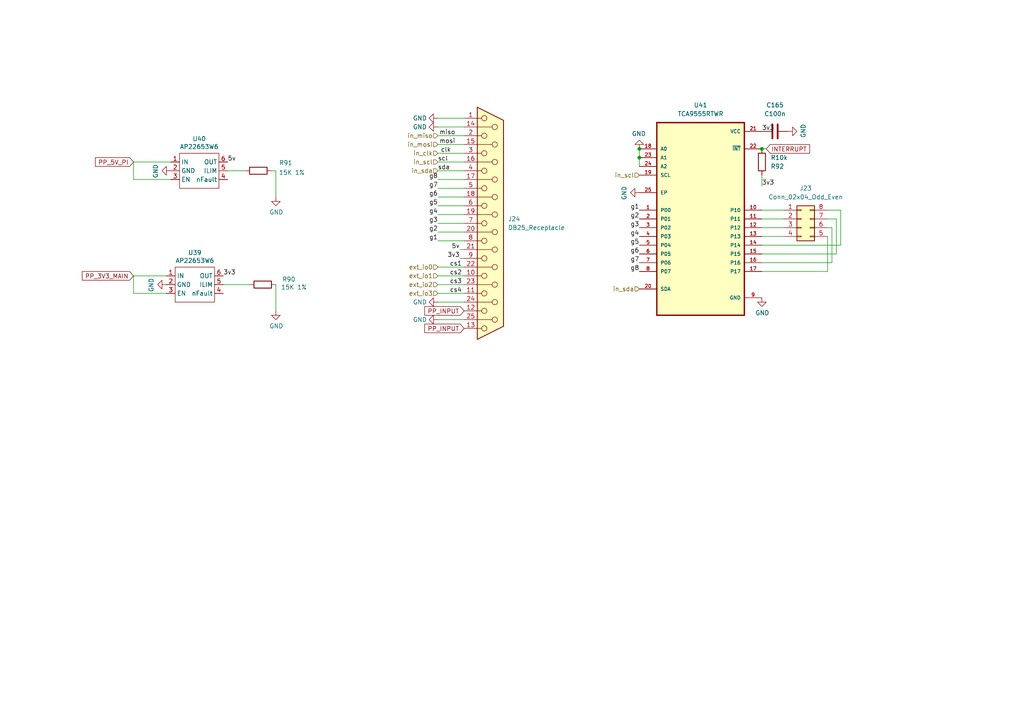
<source format=kicad_sch>
(kicad_sch (version 20231120) (generator "eeschema") (generator_version "8.0")
  (paper "A4")
  (title_block (title "Extension connector supporting circuitry") (date "2025-02-17") (rev "2.0") (comment 1 "Matthew Guo") (comment 2 "matthew@paisleymicro.com") (comment 3 "Matthew Guo") (comment 4 "matthew@paisleymicro.com") (comment 5 "Firefly-4") (comment 6 "PAISLEY-FC-4") (comment 7 "2025") (comment 8 "Firefly Automation Controller for RPi CM4"))
  (lib_symbols
    (symbol "CM4IO:AP2553W6"
      (property "Reference" "U" (at 3.81 -6.35 0))
      (property "Value" "AP2553W6" (at -3.81 -6.35 0))
      (symbol "AP2553W6_0_0"
        (pin power_in line (at -8.89 2.54 0) (length 2.54) (name "IN") (number "1"))
        (pin power_out line (at -8.89 0 0) (length 2.54) (name "GND") (number "2"))
        (pin input line (at -8.89 -2.54 0) (length 2.54) (name "EN") (number "3"))
        (pin open_collector line (at 7.62 -2.54 180) (length 2.54) (name "nFault") (number "4"))
        (pin passive line (at 7.62 0 180) (length 2.54) (name "ILIM") (number "5"))
        (pin power_out line (at 7.62 2.54 180) (length 2.54) (name "OUT") (number "6"))
      )
      (symbol "AP2553W6_0_1"
        (rectangle (start -6.35 5.08) (end 5.08 -5.08))
      )
    )
    (symbol "Connector:DB25_Receptacle" (pin_names (offset 1.016) hide)
      (property "Reference" "J" (at 0 34.29 0))
      (property "Value" "DB25_Receptacle" (at 0 -34.925 0))
      (symbol "DB25_Receptacle_0_1"
        (circle (center -1.778 -30.48) (radius 0.762))
        (circle (center -1.778 -25.4) (radius 0.762))
        (circle (center -1.778 -20.32) (radius 0.762))
        (circle (center -1.778 -15.24) (radius 0.762))
        (circle (center -1.778 -10.16) (radius 0.762))
        (circle (center -1.778 -5.08) (radius 0.762))
        (circle (center -1.778 0) (radius 0.762))
        (circle (center -1.778 5.08) (radius 0.762))
        (circle (center -1.778 10.16) (radius 0.762))
        (circle (center -1.778 15.24) (radius 0.762))
        (circle (center -1.778 20.32) (radius 0.762))
        (circle (center -1.778 25.4) (radius 0.762))
        (circle (center -1.778 30.48) (radius 0.762))
        (polyline (pts (xy -3.81 -30.48) (xy -2.54 -30.48)))
        (polyline (pts (xy -3.81 -27.94) (xy 0.508 -27.94)))
        (polyline (pts (xy -3.81 -25.4) (xy -2.54 -25.4)))
        (polyline (pts (xy -3.81 -22.86) (xy 0.508 -22.86)))
        (polyline (pts (xy -3.81 -20.32) (xy -2.54 -20.32)))
        (polyline (pts (xy -3.81 -17.78) (xy 0.508 -17.78)))
        (polyline (pts (xy -3.81 -15.24) (xy -2.54 -15.24)))
        (polyline (pts (xy -3.81 -12.7) (xy 0.508 -12.7)))
        (polyline (pts (xy -3.81 -10.16) (xy -2.54 -10.16)))
        (polyline (pts (xy -3.81 -7.62) (xy 0.508 -7.62)))
        (polyline (pts (xy -3.81 -5.08) (xy -2.54 -5.08)))
        (polyline (pts (xy -3.81 -2.54) (xy 0.508 -2.54)))
        (polyline (pts (xy -3.81 0) (xy -2.54 0)))
        (polyline (pts (xy -3.81 2.54) (xy 0.508 2.54)))
        (polyline (pts (xy -3.81 5.08) (xy -2.54 5.08)))
        (polyline (pts (xy -3.81 7.62) (xy 0.508 7.62)))
        (polyline (pts (xy -3.81 10.16) (xy -2.54 10.16)))
        (polyline (pts (xy -3.81 12.7) (xy 0.508 12.7)))
        (polyline (pts (xy -3.81 15.24) (xy -2.54 15.24)))
        (polyline (pts (xy -3.81 17.78) (xy 0.508 17.78)))
        (polyline (pts (xy -3.81 20.32) (xy -2.54 20.32)))
        (polyline (pts (xy -3.81 22.86) (xy 0.508 22.86)))
        (polyline (pts (xy -3.81 25.4) (xy -2.54 25.4)))
        (polyline (pts (xy -3.81 27.94) (xy 0.508 27.94)))
        (polyline (pts (xy -3.81 30.48) (xy -2.54 30.48)))
        (polyline (pts (xy -3.81 33.655) (xy 3.81 29.845) (xy 3.81 -29.845) (xy -3.81 -33.655) (xy -3.81 33.655)) (stroke (width 0.254)) (fill (type background)))
        (circle (center 1.27 -27.94) (radius 0.762))
        (circle (center 1.27 -22.86) (radius 0.762))
        (circle (center 1.27 -17.78) (radius 0.762))
        (circle (center 1.27 -12.7) (radius 0.762))
        (circle (center 1.27 -7.62) (radius 0.762))
        (circle (center 1.27 -2.54) (radius 0.762))
        (circle (center 1.27 2.54) (radius 0.762))
        (circle (center 1.27 7.62) (radius 0.762))
        (circle (center 1.27 12.7) (radius 0.762))
        (circle (center 1.27 17.78) (radius 0.762))
        (circle (center 1.27 22.86) (radius 0.762))
        (circle (center 1.27 27.94) (radius 0.762))
      )
      (symbol "DB25_Receptacle_1_1"
        (pin passive line (at -7.62 30.48 0) (length 3.81) (name "1") (number "1"))
        (pin passive line (at -7.62 -15.24 0) (length 3.81) (name "10") (number "10"))
        (pin passive line (at -7.62 -20.32 0) (length 3.81) (name "11") (number "11"))
        (pin passive line (at -7.62 -25.4 0) (length 3.81) (name "12") (number "12"))
        (pin passive line (at -7.62 -30.48 0) (length 3.81) (name "13") (number "13"))
        (pin passive line (at -7.62 27.94 0) (length 3.81) (name "P14") (number "14"))
        (pin passive line (at -7.62 22.86 0) (length 3.81) (name "P15") (number "15"))
        (pin passive line (at -7.62 17.78 0) (length 3.81) (name "P16") (number "16"))
        (pin passive line (at -7.62 12.7 0) (length 3.81) (name "P17") (number "17"))
        (pin passive line (at -7.62 7.62 0) (length 3.81) (name "P18") (number "18"))
        (pin passive line (at -7.62 2.54 0) (length 3.81) (name "P19") (number "19"))
        (pin passive line (at -7.62 25.4 0) (length 3.81) (name "2") (number "2"))
        (pin passive line (at -7.62 -2.54 0) (length 3.81) (name "P20") (number "20"))
        (pin passive line (at -7.62 -7.62 0) (length 3.81) (name "P21") (number "21"))
        (pin passive line (at -7.62 -12.7 0) (length 3.81) (name "P22") (number "22"))
        (pin passive line (at -7.62 -17.78 0) (length 3.81) (name "P23") (number "23"))
        (pin passive line (at -7.62 -22.86 0) (length 3.81) (name "P24") (number "24"))
        (pin passive line (at -7.62 -27.94 0) (length 3.81) (name "P25") (number "25"))
        (pin passive line (at -7.62 20.32 0) (length 3.81) (name "3") (number "3"))
        (pin passive line (at -7.62 15.24 0) (length 3.81) (name "4") (number "4"))
        (pin passive line (at -7.62 10.16 0) (length 3.81) (name "5") (number "5"))
        (pin passive line (at -7.62 5.08 0) (length 3.81) (name "6") (number "6"))
        (pin passive line (at -7.62 0 0) (length 3.81) (name "7") (number "7"))
        (pin passive line (at -7.62 -5.08 0) (length 3.81) (name "8") (number "8"))
        (pin passive line (at -7.62 -10.16 0) (length 3.81) (name "9") (number "9"))
      )
    )
    (symbol "Connector_Generic:Conn_02x04_Counter_Clockwise" (pin_names (offset 1.016) hide)
      (property "Reference" "J" (at 1.27 5.08 0))
      (property "Value" "Conn_02x04_Counter_Clockwise" (at 1.27 -7.62 0))
      (symbol "Conn_02x04_Counter_Clockwise_1_1"
        (rectangle (start -1.27 -4.953) (end 0 -5.207) (stroke (width 0.1524)))
        (rectangle (start -1.27 -2.413) (end 0 -2.667) (stroke (width 0.1524)))
        (rectangle (start -1.27 0.127) (end 0 -0.127) (stroke (width 0.1524)))
        (rectangle (start -1.27 2.667) (end 0 2.413) (stroke (width 0.1524)))
        (rectangle (start -1.27 3.81) (end 3.81 -6.35) (stroke (width 0.254)) (fill (type background)))
        (rectangle (start 3.81 -4.953) (end 2.54 -5.207) (stroke (width 0.1524)))
        (rectangle (start 3.81 -2.413) (end 2.54 -2.667) (stroke (width 0.1524)))
        (rectangle (start 3.81 0.127) (end 2.54 -0.127) (stroke (width 0.1524)))
        (rectangle (start 3.81 2.667) (end 2.54 2.413) (stroke (width 0.1524)))
        (pin passive line (at -5.08 2.54 0) (length 3.81) (name "Pin_1") (number "1"))
        (pin passive line (at -5.08 0 0) (length 3.81) (name "Pin_2") (number "2"))
        (pin passive line (at -5.08 -2.54 0) (length 3.81) (name "Pin_3") (number "3"))
        (pin passive line (at -5.08 -5.08 0) (length 3.81) (name "Pin_4") (number "4"))
        (pin passive line (at 7.62 -5.08 180) (length 3.81) (name "Pin_5") (number "5"))
        (pin passive line (at 7.62 -2.54 180) (length 3.81) (name "Pin_6") (number "6"))
        (pin passive line (at 7.62 0 180) (length 3.81) (name "Pin_7") (number "7"))
        (pin passive line (at 7.62 2.54 180) (length 3.81) (name "Pin_8") (number "8"))
      )
    )
    (symbol "Device:C" (pin_numbers hide) (pin_names (offset 0.254))
      (property "Reference" "C" (at 0.635 2.54 0))
      (property "Value" "C" (at 0.635 -2.54 0))
      (symbol "C_0_1"
        (polyline (pts (xy -2.032 -0.762) (xy 2.032 -0.762)) (stroke (width 0.508)))
        (polyline (pts (xy -2.032 0.762) (xy 2.032 0.762)) (stroke (width 0.508)))
      )
      (symbol "C_1_1"
        (pin passive line (at 0 3.81 270) (length 2.794) (name "~") (number "1"))
        (pin passive line (at 0 -3.81 90) (length 2.794) (name "~") (number "2"))
      )
    )
    (symbol "Device:R" (pin_numbers hide) (pin_names (offset 0))
      (property "Reference" "R" (at 2.032 0 90))
      (property "Value" "R" (at 0 0 90))
      (symbol "R_0_1"
        (rectangle (start -1.016 -2.54) (end 1.016 2.54) (stroke (width 0.254)))
      )
      (symbol "R_1_1"
        (pin passive line (at 0 3.81 270) (length 1.27) (name "~") (number "1"))
        (pin passive line (at 0 -3.81 90) (length 1.27) (name "~") (number "2"))
      )
    )
    (symbol "aaafootprintlib:TCA9555RTWR" (pin_names (offset 1.016))
      (property "Reference" "U" (at -12.7 28.94 0))
      (property "Value" "TCA9555RTWR" (at -12.7 -31.94 0))
      (symbol "TCA9555RTWR_0_0"
        (rectangle (start -12.7 -27.94) (end 12.7 27.94) (stroke (width 0.41)) (fill (type background)))
        (pin bidirectional line (at -17.78 2.54 0) (length 5.08) (name "P00") (number "1"))
        (pin bidirectional line (at 17.78 2.54 180) (length 5.08) (name "P10") (number "10"))
        (pin bidirectional line (at 17.78 0 180) (length 5.08) (name "P11") (number "11"))
        (pin bidirectional line (at 17.78 -2.54 180) (length 5.08) (name "P12") (number "12"))
        (pin bidirectional line (at 17.78 -5.08 180) (length 5.08) (name "P13") (number "13"))
        (pin bidirectional line (at 17.78 -7.62 180) (length 5.08) (name "P14") (number "14"))
        (pin bidirectional line (at 17.78 -10.16 180) (length 5.08) (name "P15") (number "15"))
        (pin bidirectional line (at 17.78 -12.7 180) (length 5.08) (name "P16") (number "16"))
        (pin bidirectional line (at 17.78 -15.24 180) (length 5.08) (name "P17") (number "17"))
        (pin input line (at -17.78 20.32 0) (length 5.08) (name "A0") (number "18"))
        (pin input line (at -17.78 12.7 0) (length 5.08) (name "SCL") (number "19"))
        (pin bidirectional line (at -17.78 0 0) (length 5.08) (name "P01") (number "2"))
        (pin bidirectional line (at -17.78 -20.32 0) (length 5.08) (name "SDA") (number "20"))
        (pin power_in line (at 17.78 25.4 180) (length 5.08) (name "VCC") (number "21"))
        (pin output line (at 17.78 20.32 180) (length 5.08) (name "~{INT}") (number "22"))
        (pin input line (at -17.78 17.78 0) (length 5.08) (name "A1") (number "23"))
        (pin input line (at -17.78 15.24 0) (length 5.08) (name "A2") (number "24"))
        (pin bidirectional line (at -17.78 7.62 0) (length 5.08) (name "EP") (number "25"))
        (pin bidirectional line (at -17.78 -2.54 0) (length 5.08) (name "P02") (number "3"))
        (pin bidirectional line (at -17.78 -5.08 0) (length 5.08) (name "P03") (number "4"))
        (pin bidirectional line (at -17.78 -7.62 0) (length 5.08) (name "P04") (number "5"))
        (pin bidirectional line (at -17.78 -10.16 0) (length 5.08) (name "P05") (number "6"))
        (pin bidirectional line (at -17.78 -12.7 0) (length 5.08) (name "P06") (number "7"))
        (pin bidirectional line (at -17.78 -15.24 0) (length 5.08) (name "P07") (number "8"))
        (pin power_in line (at 17.78 -22.86 180) (length 5.08) (name "GND") (number "9"))
      )
    )
    (symbol "power:GND" (power) (pin_names (offset 0))
      (property "Value" "GND" (at 0 -3.81 0))
      (symbol "GND_0_1"
        (polyline (pts (xy 0 0) (xy 0 -1.27) (xy 1.27 -1.27) (xy 0 -2.54) (xy -1.27 -1.27) (xy 0 -1.27)))
      )
      (symbol "GND_1_1"
        (pin power_in line (at 0 0 270) (length 0) hide (name "GND") (number "1"))
      )
    )
  )
  (junction (at 185.42 45.72))
  (junction (at 185.42 43.18))
  (junction (at 220.98 43.18))
  (wire (pts (xy 127 44.45) (xy 134.62 44.45)))
  (wire (pts (xy 38.735 80.01) (xy 48.26 80.01)))
  (wire (pts (xy 127 34.29) (xy 134.62 34.29)))
  (wire (pts (xy 134.62 49.53) (xy 127 49.53)))
  (wire (pts (xy 242.57 63.5) (xy 240.03 63.5)))
  (wire (pts (xy 127 67.31) (xy 134.62 67.31)))
  (wire (pts (xy 242.57 63.5) (xy 242.57 73.66)))
  (wire (pts (xy 243.84 60.96) (xy 240.03 60.96)))
  (wire (pts (xy 127 39.37) (xy 134.62 39.37)))
  (wire (pts (xy 48.26 85.09) (xy 38.735 85.09)))
  (wire (pts (xy 243.84 71.12) (xy 243.84 60.96)))
  (wire (pts (xy 134.62 77.47) (xy 127 77.47)))
  (wire (pts (xy 241.3 76.2) (xy 220.98 76.2)))
  (wire (pts (xy 127 69.85) (xy 134.62 69.85)))
  (wire (pts (xy 134.62 82.55) (xy 127 82.55)))
  (wire (pts (xy 38.735 46.99) (xy 49.53 46.99)))
  (wire (pts (xy 220.98 73.66) (xy 242.57 73.66)))
  (wire (pts (xy 127 41.91) (xy 134.62 41.91)))
  (wire (pts (xy 64.77 82.55) (xy 72.39 82.55)))
  (wire (pts (xy 220.98 71.12) (xy 243.84 71.12)))
  (wire (pts (xy 49.53 52.07) (xy 38.735 52.07)))
  (wire (pts (xy 127 52.07) (xy 134.62 52.07)))
  (wire (pts (xy 127 54.61) (xy 134.62 54.61)))
  (wire (pts (xy 222.25 43.18) (xy 220.98 43.18)))
  (wire (pts (xy 134.62 46.99) (xy 127 46.99)))
  (wire (pts (xy 80.01 82.55) (xy 80.01 90.17)))
  (wire (pts (xy 127 59.69) (xy 134.62 59.69)))
  (wire (pts (xy 38.735 52.07) (xy 38.735 46.99)))
  (wire (pts (xy 66.04 49.53) (xy 71.12 49.53)))
  (wire (pts (xy 134.62 92.71) (xy 127 92.71)))
  (wire (pts (xy 127 85.09) (xy 134.62 85.09)))
  (wire (pts (xy 220.98 60.96) (xy 227.33 60.96)))
  (wire (pts (xy 220.98 78.74) (xy 240.03 78.74)))
  (wire (pts (xy 240.03 68.58) (xy 240.03 78.74)))
  (wire (pts (xy 133.35 74.93) (xy 134.62 74.93)))
  (wire (pts (xy 78.74 49.53) (xy 80.01 49.53)))
  (wire (pts (xy 127 87.63) (xy 134.62 87.63)))
  (wire (pts (xy 127 64.77) (xy 134.62 64.77)))
  (wire (pts (xy 133.35 72.39) (xy 134.62 72.39)))
  (wire (pts (xy 220.98 53.975) (xy 220.98 50.8)))
  (wire (pts (xy 127 36.83) (xy 134.62 36.83)))
  (wire (pts (xy 127 57.15) (xy 134.62 57.15)))
  (wire (pts (xy 220.98 63.5) (xy 227.33 63.5)))
  (wire (pts (xy 127 62.23) (xy 134.62 62.23)))
  (wire (pts (xy 185.42 43.18) (xy 185.42 45.72)))
  (wire (pts (xy 241.3 66.04) (xy 241.3 76.2)))
  (wire (pts (xy 80.01 49.53) (xy 80.01 57.15)))
  (wire (pts (xy 38.735 85.09) (xy 38.735 80.01)))
  (wire (pts (xy 241.3 66.04) (xy 240.03 66.04)))
  (wire (pts (xy 227.33 68.58) (xy 220.98 68.58)))
  (wire (pts (xy 220.98 66.04) (xy 227.33 66.04)))
  (wire (pts (xy 127 80.01) (xy 134.62 80.01)))
  (wire (pts (xy 185.42 45.72) (xy 185.42 48.26)))
  (label "3v3" (at 220.98 38.1 0))
  (label "g8" (at 127 52.07 180))
  (label "scl" (at 127 46.99 0))
  (label "5v" (at 66.04 46.99 0))
  (label "g1" (at 185.42 60.96 180))
  (label "3v3" (at 64.77 80.01 0))
  (label "3v3" (at 133.35 74.93 180))
  (label "g2" (at 185.42 63.5 180))
  (label "g7" (at 127 54.61 180))
  (label "clk" (at 130.81 44.45 180))
  (label "cs4" (at 133.985 85.09 180))
  (label "cs2" (at 133.985 80.01 180))
  (label "3v3" (at 220.98 53.975 0))
  (label "g2" (at 127 67.31 180))
  (label "g1" (at 127 69.85 180))
  (label "g7" (at 185.42 76.2 180))
  (label "cs3" (at 133.985 82.55 180))
  (label "g8" (at 185.42 78.74 180))
  (label "g3" (at 127 64.77 180))
  (label "g4" (at 185.42 68.58 180))
  (label "miso" (at 132.08 39.37 180))
  (label "g3" (at 185.42 66.04 180))
  (label "mosi" (at 132.08 41.91 180))
  (label "g5" (at 127 59.69 180))
  (label "sda" (at 127 49.53 0))
  (label "g6" (at 185.42 73.66 180))
  (label "g6" (at 127 57.15 180))
  (label "5v" (at 133.35 72.39 180))
  (label "cs1" (at 133.985 77.47 180))
  (label "g4" (at 127 62.23 180))
  (label "g5" (at 185.42 71.12 180))
  (global_label "INTERRUPT" (shape input) (at 222.25 43.18 0) (property "Intersheetrefs" "${INTERSHEET_REFS}" (effects (hide yes))))
  (global_label "PP_INPUT" (shape input) (at 134.62 95.25 180) (property "Intersheetrefs" "${INTERSHEET_REFS}" (effects (hide yes))))
  (global_label "PP_3V3_MAIN" (shape input) (at 38.735 80.01 180) (property "Intersheetrefs" "${INTERSHEET_REFS}" (effects (hide yes))))
  (global_label "PP_INPUT" (shape input) (at 134.62 90.17 180) (property "Intersheetrefs" "${INTERSHEET_REFS}" (effects (hide yes))))
  (global_label "PP_5V_PI" (shape input) (at 38.735 46.99 180) (property "Intersheetrefs" "${INTERSHEET_REFS}" (effects (hide yes))))
  (hierarchical_label "in_mosi" (shape input) (at 127 41.91 180))
  (hierarchical_label "in_sda" (shape input) (at 185.42 83.82 180))
  (hierarchical_label "ext_io2" (shape input) (at 127 82.55 180))
  (hierarchical_label "ext_io3" (shape input) (at 127 85.09 180))
  (hierarchical_label "in_sda" (shape input) (at 127 49.53 180))
  (hierarchical_label "in_miso" (shape input) (at 127 39.37 180))
  (hierarchical_label "in_scl" (shape input) (at 127 46.99 180))
  (hierarchical_label "in_scl" (shape input) (at 185.42 50.8 180))
  (hierarchical_label "in_clk" (shape input) (at 127 44.45 180))
  (hierarchical_label "ext_io0" (shape input) (at 127 77.47 180))
  (hierarchical_label "ext_io1" (shape input) (at 127 80.01 180))
  (symbol (lib_id "power:GND") (at 220.98 86.36 0) (unit 1)
    (property "Reference" "#PWR0180" (effects (hide yes)))
    (property "Value" "GND" (at 221.107 90.7542 0))
  )
  (symbol (lib_id "CM4IO:AP2553W6") (at 57.15 82.55 0) (unit 1)
    (property "Reference" "U39" (at 56.515 73.279 0))
    (property "Value" "AP22653W6" (at 56.515 75.5904 0))
    (property "Footprint" "Package_TO_SOT_SMD:SOT-23-6" (effects (hide yes)))
  )
  (symbol (lib_id "power:GND") (at 127 87.63 270) (unit 1)
    (property "Reference" "#PWR0173" (effects (hide yes)))
    (property "Value" "GND" (at 123.825 87.63 90) (effects (justify right)))
  )
  (symbol (lib_id "Device:R") (at 76.2 82.55 90) (unit 1)
    (property "Reference" "R90" (at 85.725 81.026 90) (effects (justify left)))
    (property "Value" "15K 1%" (at 89.027 83.312 90) (effects (justify left)))
    (property "Footprint" "Resistor_SMD:R_0402_1005Metric" (effects (hide yes)))
  )
  (symbol (lib_id "aaafootprintlib:TCA9555RTWR") (at 203.2 63.5 0) (unit 1)
    (property "Reference" "U41" (at 203.2 30.48 0))
    (property "Value" "TCA9555RTWR" (at 203.2 33.02 0))
    (property "Footprint" "QFN50P400X400X80-25N" (effects (hide yes)))
  )
  (symbol (lib_id "power:GND") (at 48.26 82.55 270) (unit 1)
    (property "Reference" "#PWR0168" (effects (hide yes)))
    (property "Value" "GND" (at 43.8658 82.677 0))
  )
  (symbol (lib_id "power:GND") (at 185.42 43.18 180) (unit 1)
    (property "Reference" "#PWR0178" (effects (hide yes)))
    (property "Value" "GND" (at 185.293 38.7858 0))
  )
  (symbol (lib_id "power:GND") (at 49.53 49.53 270) (unit 1)
    (property "Reference" "#PWR0170" (effects (hide yes)))
    (property "Value" "GND" (at 45.1358 49.657 0))
  )
  (symbol (lib_id "power:GND") (at 185.42 55.88 270) (unit 1)
    (property "Reference" "#PWR0179" (effects (hide yes)))
    (property "Value" "GND" (at 181.0258 56.007 0))
  )
  (symbol (lib_id "Connector_Generic:Conn_02x04_Counter_Clockwise") (at 232.41 63.5 0) (unit 1)
    (property "Reference" "J23" (at 233.68 54.61 0))
    (property "Value" "Conn_02x04_Odd_Even" (at 233.68 57.15 0))
    (property "Footprint" "Connector_PinHeader_1.27mm:PinHeader_2x04_P1.27mm_Vertical_SMD" (effects (hide yes)))
    (property "Description" "Generic connector, double row, 02x04, counter clockwise pin numbering scheme (similar to DIP package numbering), script generated (kicad-library-utils/schlib/autogen/connector/)" (effects (hide yes)))
  )
  (symbol (lib_id "power:GND") (at 228.6 38.1 90) (unit 1)
    (property "Reference" "#PWR0181" (effects (hide yes)))
    (property "Value" "GND" (at 232.9942 37.973 0))
  )
  (symbol (lib_id "power:GND") (at 127 34.29 270) (mirror x) (unit 1)
    (property "Reference" "#PWR0171" (effects (hide yes)))
    (property "Value" "GND" (at 123.825 34.29 90) (effects (justify right)))
  )
  (symbol (lib_id "power:GND") (at 80.01 57.15 0) (unit 1)
    (property "Reference" "#PWR0177" (effects (hide yes)))
    (property "Value" "GND" (at 80.137 61.5442 0))
  )
  (symbol (lib_id "Device:R") (at 74.93 49.53 90) (unit 1)
    (property "Reference" "R91" (at 84.836 47.244 90) (effects (justify left)))
    (property "Value" "15K 1%" (at 88.392 50.038 90) (effects (justify left)))
    (property "Footprint" "Resistor_SMD:R_0402_1005Metric" (effects (hide yes)))
  )
  (symbol (lib_id "Device:C") (at 224.79 38.1 270) (unit 1)
    (property "Reference" "C165" (at 224.79 30.48 90))
    (property "Value" "C100n" (at 224.79 33.02 90))
    (property "Footprint" "Capacitor_SMD:C_0402_1005Metric" (effects (hide yes)))
  )
  (symbol (lib_id "Connector:DB25_Receptacle") (at 142.24 64.77 0) (unit 1)
    (property "Reference" "J24" (at 147.32 63.4999 0) (effects (justify left)))
    (property "Value" "DB25_Receptacle" (at 147.32 66.0399 0) (effects (justify left)))
    (property "Description" "25-pin female receptacle socket D-SUB connector" (effects (hide yes)))
  )
  (symbol (lib_id "power:GND") (at 80.01 90.17 0) (unit 1)
    (property "Reference" "#PWR0169" (effects (hide yes)))
    (property "Value" "GND" (at 80.137 94.5642 0))
  )
  (symbol (lib_id "Device:R") (at 220.98 46.99 0) (mirror x) (unit 1)
    (property "Reference" "R92" (at 223.52 48.26 0) (effects (justify left)))
    (property "Value" "R10k" (at 223.52 45.72 0) (effects (justify left)))
    (property "Footprint" "Resistor_SMD:R_0402_1005Metric" (effects (hide yes)))
  )
  (symbol (lib_id "power:GND") (at 127 92.71 270) (unit 1)
    (property "Reference" "#PWR0174" (effects (hide yes)))
    (property "Value" "GND" (at 123.825 92.71 90) (effects (justify right)))
  )
  (symbol (lib_id "power:GND") (at 127 36.83 270) (mirror x) (unit 1)
    (property "Reference" "#PWR0172" (effects (hide yes)))
    (property "Value" "GND" (at 123.825 36.83 90) (effects (justify right)))
  )
  (symbol (lib_id "CM4IO:AP2553W6") (at 58.42 49.53 0) (unit 1)
    (property "Reference" "U40" (at 57.785 40.259 0))
    (property "Value" "AP22653W6" (at 57.785 42.5704 0))
    (property "Footprint" "Package_TO_SOT_SMD:SOT-23-6" (effects (hide yes)))
  )
)
</source>
